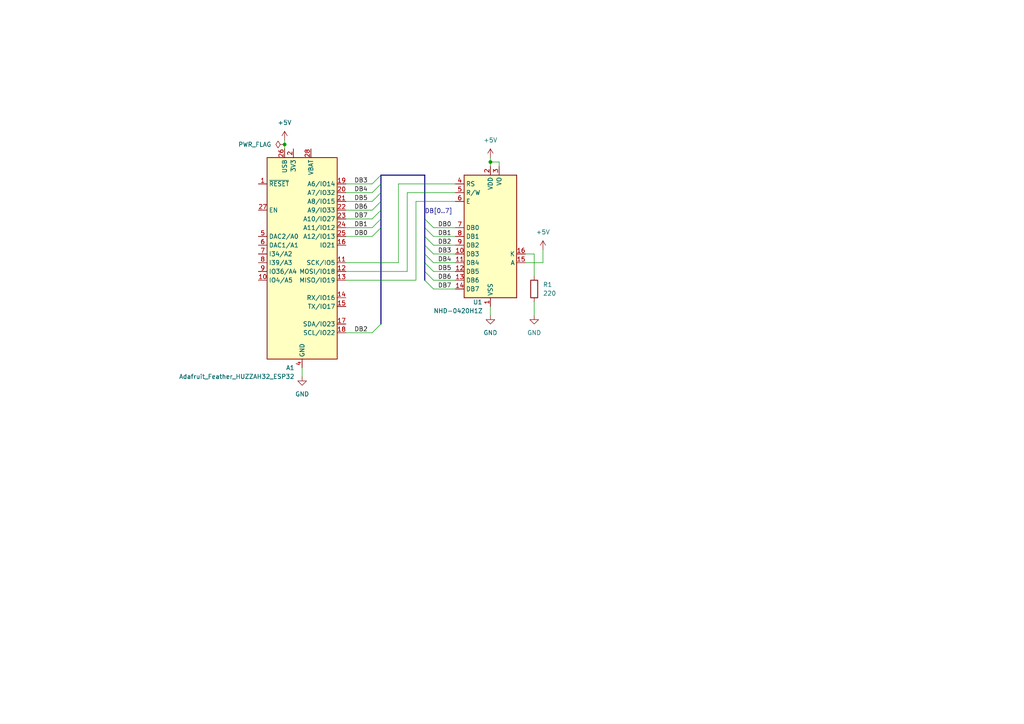
<source format=kicad_sch>
(kicad_sch (version 20230121) (generator eeschema)
  (paper "A4")
  (lib_symbols
    (symbol "Device:R" (pin_numbers hide) (pin_names (offset 0))
      (property "Reference" "R" (at 2.032 0 90))
      (property "Value" "R" (at 0 0 90))
      (symbol "R_0_1"
        (rectangle (start -1.016 -2.54) (end 1.016 2.54) (stroke (width 0.254)))
      )
      (symbol "R_1_1"
        (pin passive line (at 0 3.81 270) (length 1.27) (name "~") (number "1"))
        (pin passive line (at 0 -3.81 90) (length 1.27) (name "~") (number "2"))
      )
    )
    (symbol "Display_Character:NHD-0420H1Z"
      (property "Reference" "U" (at -6.35 19.05 0))
      (property "Value" "NHD-0420H1Z" (at 5.08 19.05 0))
      (symbol "NHD-0420H1Z_0_1"
        (rectangle (start -7.62 17.78) (end 7.62 -17.78) (stroke (width 0.254)) (fill (type background)))
      )
      (symbol "NHD-0420H1Z_1_1"
        (pin power_in line (at 0 -20.32 90) (length 2.54) (name "VSS") (number "1"))
        (pin bidirectional line (at -10.16 -5.08 0) (length 2.54) (name "DB3") (number "10"))
        (pin bidirectional line (at -10.16 -7.62 0) (length 2.54) (name "DB4") (number "11"))
        (pin bidirectional line (at -10.16 -10.16 0) (length 2.54) (name "DB5") (number "12"))
        (pin bidirectional line (at -10.16 -12.7 0) (length 2.54) (name "DB6") (number "13"))
        (pin bidirectional line (at -10.16 -15.24 0) (length 2.54) (name "DB7") (number "14"))
        (pin passive line (at 10.16 -7.62 180) (length 2.54) (name "A") (number "15"))
        (pin passive line (at 10.16 -5.08 180) (length 2.54) (name "K") (number "16"))
        (pin power_in line (at 0 20.32 270) (length 2.54) (name "VDD") (number "2"))
        (pin power_in line (at 2.54 20.32 270) (length 2.54) (name "VO") (number "3"))
        (pin input line (at -10.16 15.24 0) (length 2.54) (name "RS") (number "4"))
        (pin input line (at -10.16 12.7 0) (length 2.54) (name "R/W") (number "5"))
        (pin input line (at -10.16 10.16 0) (length 2.54) (name "E") (number "6"))
        (pin bidirectional line (at -10.16 2.54 0) (length 2.54) (name "DB0") (number "7"))
        (pin bidirectional line (at -10.16 0 0) (length 2.54) (name "DB1") (number "8"))
        (pin bidirectional line (at -10.16 -2.54 0) (length 2.54) (name "DB2") (number "9"))
      )
    )
    (symbol "MCU_Module:Adafruit_Feather_HUZZAH32_ESP32"
      (property "Reference" "A" (at -10.16 29.21 0))
      (property "Value" "Adafruit_Feather_HUZZAH32_ESP32" (at 2.54 -31.75 0))
      (symbol "Adafruit_Feather_HUZZAH32_ESP32_0_1"
        (rectangle (start -10.16 27.94) (end 10.16 -30.48) (stroke (width 0.254)) (fill (type background)))
      )
      (symbol "Adafruit_Feather_HUZZAH32_ESP32_1_1"
        (pin input line (at 12.7 20.32 180) (length 2.54) (name "~{RESET}") (number "1"))
        (pin bidirectional line (at 12.7 -7.62 180) (length 2.54) (name "IO4/A5") (number "10"))
        (pin bidirectional line (at -12.7 -2.54 0) (length 2.54) (name "SCK/IO5") (number "11"))
        (pin bidirectional line (at -12.7 -5.08 0) (length 2.54) (name "MOSI/IO18") (number "12"))
        (pin bidirectional line (at -12.7 -7.62 0) (length 2.54) (name "MISO/IO19") (number "13"))
        (pin bidirectional line (at -12.7 -12.7 0) (length 2.54) (name "RX/IO16") (number "14"))
        (pin bidirectional line (at -12.7 -15.24 0) (length 2.54) (name "TX/IO17") (number "15"))
        (pin bidirectional line (at -12.7 2.54 0) (length 2.54) (name "IO21") (number "16"))
        (pin bidirectional line (at -12.7 -20.32 0) (length 2.54) (name "SDA/IO23") (number "17"))
        (pin bidirectional line (at -12.7 -22.86 0) (length 2.54) (name "SCL/IO22") (number "18"))
        (pin bidirectional line (at -12.7 20.32 0) (length 2.54) (name "A6/IO14") (number "19"))
        (pin power_in line (at 2.54 30.48 270) (length 2.54) (name "3V3") (number "2"))
        (pin bidirectional line (at -12.7 17.78 0) (length 2.54) (name "A7/IO32") (number "20"))
        (pin bidirectional line (at -12.7 15.24 0) (length 2.54) (name "A8/IO15") (number "21"))
        (pin bidirectional line (at -12.7 12.7 0) (length 2.54) (name "A9/IO33") (number "22"))
        (pin bidirectional line (at -12.7 10.16 0) (length 2.54) (name "A10/IO27") (number "23"))
        (pin bidirectional line (at -12.7 7.62 0) (length 2.54) (name "A11/IO12") (number "24"))
        (pin bidirectional line (at -12.7 5.08 0) (length 2.54) (name "A12/IO13") (number "25"))
        (pin power_in line (at 5.08 30.48 270) (length 2.54) (name "USB") (number "26"))
        (pin input line (at 12.7 12.7 180) (length 2.54) (name "EN") (number "27"))
        (pin power_in line (at -2.54 30.48 270) (length 2.54) (name "VBAT") (number "28"))
        (pin no_connect line (at 10.16 10.16 180) (length 2.54) hide (name "NC") (number "3"))
        (pin power_in line (at 0 -33.02 90) (length 2.54) (name "GND") (number "4"))
        (pin bidirectional line (at 12.7 5.08 180) (length 2.54) (name "DAC2/A0") (number "5"))
        (pin bidirectional line (at 12.7 2.54 180) (length 2.54) (name "DAC1/A1") (number "6"))
        (pin bidirectional line (at 12.7 0 180) (length 2.54) (name "I34/A2") (number "7"))
        (pin bidirectional line (at 12.7 -2.54 180) (length 2.54) (name "I39/A3") (number "8"))
        (pin bidirectional line (at 12.7 -5.08 180) (length 2.54) (name "IO36/A4") (number "9"))
      )
    )
    (symbol "power:+5V" (power) (pin_names (offset 0))
      (property "Value" "+5V" (at 0 3.556 0))
      (symbol "+5V_0_1"
        (polyline (pts (xy -0.762 1.27) (xy 0 2.54)))
        (polyline (pts (xy 0 0) (xy 0 2.54)))
        (polyline (pts (xy 0 2.54) (xy 0.762 1.27)))
      )
      (symbol "+5V_1_1"
        (pin power_in line (at 0 0 90) (length 0) hide (name "+5V") (number "1"))
      )
    )
    (symbol "power:GND" (power) (pin_names (offset 0))
      (property "Value" "GND" (at 0 -3.81 0))
      (symbol "GND_0_1"
        (polyline (pts (xy 0 0) (xy 0 -1.27) (xy 1.27 -1.27) (xy 0 -2.54) (xy -1.27 -1.27) (xy 0 -1.27)))
      )
      (symbol "GND_1_1"
        (pin power_in line (at 0 0 270) (length 0) hide (name "GND") (number "1"))
      )
    )
    (symbol "power:PWR_FLAG" (power) (pin_numbers hide) (pin_names (offset 0) hide)
      (property "Value" "PWR_FLAG" (at 0 3.81 0))
      (symbol "PWR_FLAG_0_0"
        (pin power_out line (at 0 0 90) (length 0) (name "pwr") (number "1"))
      )
      (symbol "PWR_FLAG_0_1"
        (polyline (pts (xy 0 0) (xy 0 1.27) (xy -1.016 1.905) (xy 0 2.54) (xy 1.016 1.905) (xy 0 1.27)))
      )
    )
  )
  (junction (at 142.24 46.99))
  (junction (at 82.55 41.91))
  (bus_entry (at 110.49 63.5) (size -2.54 2.54))
  (bus_entry (at 123.19 81.28) (size 2.54 2.54))
  (bus_entry (at 110.49 93.98) (size -2.54 2.54))
  (bus_entry (at 123.19 66.04) (size 2.54 2.54))
  (bus_entry (at 123.19 68.58) (size 2.54 2.54))
  (bus_entry (at 110.49 55.88) (size -2.54 2.54))
  (bus_entry (at 110.49 58.42) (size -2.54 2.54))
  (bus_entry (at 123.19 78.74) (size 2.54 2.54))
  (bus_entry (at 123.19 73.66) (size 2.54 2.54))
  (bus_entry (at 110.49 53.34) (size -2.54 2.54))
  (bus_entry (at 123.19 63.5) (size 2.54 2.54))
  (bus_entry (at 110.49 66.04) (size -2.54 2.54))
  (bus_entry (at 123.19 76.2) (size 2.54 2.54))
  (bus_entry (at 110.49 50.8) (size -2.54 2.54))
  (bus_entry (at 110.49 60.96) (size -2.54 2.54))
  (bus_entry (at 123.19 71.12) (size 2.54 2.54))
  (wire (pts (xy 154.94 73.66) (xy 154.94 80.01)))
  (bus (pts (xy 123.19 76.2) (xy 123.19 78.74)))
  (wire (pts (xy 142.24 88.9) (xy 142.24 91.44)))
  (wire (pts (xy 144.78 48.26) (xy 144.78 46.99)))
  (wire (pts (xy 125.73 71.12) (xy 132.08 71.12)))
  (wire (pts (xy 107.95 68.58) (xy 100.33 68.58)))
  (wire (pts (xy 115.57 76.2) (xy 115.57 53.34)))
  (bus (pts (xy 123.19 73.66) (xy 123.19 76.2)))
  (bus (pts (xy 110.49 60.96) (xy 110.49 58.42)))
  (bus (pts (xy 123.19 71.12) (xy 123.19 73.66)))
  (wire (pts (xy 100.33 76.2) (xy 115.57 76.2)))
  (wire (pts (xy 107.95 58.42) (xy 100.33 58.42)))
  (wire (pts (xy 107.95 63.5) (xy 100.33 63.5)))
  (wire (pts (xy 125.73 81.28) (xy 132.08 81.28)))
  (wire (pts (xy 120.65 58.42) (xy 132.08 58.42)))
  (wire (pts (xy 107.95 53.34) (xy 100.33 53.34)))
  (bus (pts (xy 123.19 50.8) (xy 123.19 63.5)))
  (wire (pts (xy 157.48 76.2) (xy 152.4 76.2)))
  (bus (pts (xy 123.19 66.04) (xy 123.19 68.58)))
  (bus (pts (xy 110.49 58.42) (xy 110.49 55.88)))
  (bus (pts (xy 123.19 63.5) (xy 123.19 66.04)))
  (wire (pts (xy 100.33 81.28) (xy 120.65 81.28)))
  (wire (pts (xy 118.11 78.74) (xy 100.33 78.74)))
  (bus (pts (xy 110.49 66.04) (xy 110.49 63.5)))
  (wire (pts (xy 125.73 78.74) (xy 132.08 78.74)))
  (wire (pts (xy 125.73 73.66) (xy 132.08 73.66)))
  (wire (pts (xy 107.95 55.88) (xy 100.33 55.88)))
  (wire (pts (xy 157.48 72.39) (xy 157.48 76.2)))
  (wire (pts (xy 125.73 66.04) (xy 132.08 66.04)))
  (bus (pts (xy 110.49 53.34) (xy 110.49 50.8)))
  (wire (pts (xy 107.95 60.96) (xy 100.33 60.96)))
  (bus (pts (xy 110.49 63.5) (xy 110.49 60.96)))
  (wire (pts (xy 142.24 45.72) (xy 142.24 46.99)))
  (wire (pts (xy 142.24 46.99) (xy 142.24 48.26)))
  (wire (pts (xy 115.57 53.34) (xy 132.08 53.34)))
  (wire (pts (xy 132.08 55.88) (xy 118.11 55.88)))
  (wire (pts (xy 120.65 81.28) (xy 120.65 58.42)))
  (wire (pts (xy 125.73 83.82) (xy 132.08 83.82)))
  (wire (pts (xy 82.55 41.91) (xy 82.55 43.18)))
  (wire (pts (xy 107.95 66.04) (xy 100.33 66.04)))
  (bus (pts (xy 110.49 93.98) (xy 110.49 66.04)))
  (bus (pts (xy 110.49 55.88) (xy 110.49 53.34)))
  (bus (pts (xy 110.49 50.8) (xy 123.19 50.8)))
  (bus (pts (xy 123.19 78.74) (xy 123.19 81.28)))
  (wire (pts (xy 82.55 40.64) (xy 82.55 41.91)))
  (wire (pts (xy 118.11 55.88) (xy 118.11 78.74)))
  (bus (pts (xy 123.19 68.58) (xy 123.19 71.12)))
  (wire (pts (xy 154.94 87.63) (xy 154.94 91.44)))
  (wire (pts (xy 125.73 68.58) (xy 132.08 68.58)))
  (wire (pts (xy 107.95 96.52) (xy 100.33 96.52)))
  (wire (pts (xy 142.24 46.99) (xy 144.78 46.99)))
  (wire (pts (xy 125.73 76.2) (xy 132.08 76.2)))
  (wire (pts (xy 152.4 73.66) (xy 154.94 73.66)))
  (wire (pts (xy 87.63 106.68) (xy 87.63 109.22)))
  (label "DB7" (at 106.68 63.5 180))
  (label "DB0" (at 106.68 68.58 180))
  (label "DB4" (at 106.68 55.88 180))
  (label "DB2" (at 127 71.12 0))
  (label "DB0" (at 127 66.04 0))
  (label "DB[0..7]" (at 123.19 62.23 0))
  (label "DB5" (at 127 78.74 0))
  (label "DB5" (at 106.68 58.42 180))
  (label "DB1" (at 106.68 66.04 180))
  (label "DB3" (at 106.68 53.34 180))
  (label "DB2" (at 106.68 96.52 180))
  (label "DB4" (at 127 76.2 0))
  (label "DB3" (at 127 73.66 0))
  (label "DB1" (at 127 68.58 0))
  (label "DB6" (at 106.68 60.96 180))
  (label "DB6" (at 127 81.28 0))
  (label "DB7" (at 127 83.82 0))
  (symbol (lib_id "Display_Character:NHD-0420H1Z") (at 142.24 68.58 0) (unit 1)
    (property "Reference" "U1" (at 137.16 87.63 0) (effects (justify left)))
    (property "Value" "NHD-0420H1Z" (at 125.73 90.17 0) (effects (justify left)))
    (property "Footprint" "Display:NHD-0420H1Z" (effects hide))
    (property "Datasheet" "http://www.newhavendisplay.com/specs/NHD-0420H1Z-FSW-GBW-33V3.pdf" (effects hide))
  )
  (symbol (lib_id "Device:R") (at 154.94 83.82 0) (unit 1)
    (property "Reference" "R1" (at 157.48 82.55 0) (effects (justify left)))
    (property "Value" "220" (at 157.48 85.09 0) (effects (justify left)))
  )
  (symbol (lib_id "power:+5V") (at 157.48 72.39 0) (unit 1)
    (property "Reference" "#PWR03" (effects hide))
    (property "Value" "+5V" (at 157.48 67.31 0))
  )
  (symbol (lib_id "power:+5V") (at 82.55 40.64 0) (unit 1)
    (property "Reference" "#PWR01" (effects hide))
    (property "Value" "+5V" (at 82.55 35.56 0))
  )
  (symbol (lib_id "power:GND") (at 87.63 109.22 0) (unit 1)
    (property "Reference" "#PWR06" (effects hide))
    (property "Value" "GND" (at 87.63 114.3 0))
  )
  (symbol (lib_id "power:GND") (at 142.24 91.44 0) (unit 1)
    (property "Reference" "#PWR04" (effects hide))
    (property "Value" "GND" (at 142.24 96.52 0))
  )
  (symbol (lib_id "MCU_Module:Adafruit_Feather_HUZZAH32_ESP32") (at 87.63 73.66 0) (mirror y) (unit 1)
    (property "Reference" "A1" (at 85.4359 106.68 0) (effects (justify left)))
    (property "Value" "Adafruit_Feather_HUZZAH32_ESP32" (at 85.4359 109.22 0) (effects (justify left)))
    (property "Footprint" "Module:Adafruit_Feather" (effects hide))
    (property "Datasheet" "https://cdn-learn.adafruit.com/downloads/pdf/adafruit-huzzah32-esp32-feather.pdf" (effects hide))
  )
  (symbol (lib_id "power:+5V") (at 142.24 45.72 0) (unit 1)
    (property "Reference" "#PWR02" (effects hide))
    (property "Value" "+5V" (at 142.24 40.64 0))
  )
  (symbol (lib_id "power:PWR_FLAG") (at 82.55 41.91 90) (unit 1)
    (property "Reference" "#FLG01" (effects hide))
    (property "Value" "PWR_FLAG" (at 78.74 41.91 90) (effects (justify left)))
  )
  (symbol (lib_id "power:GND") (at 154.94 91.44 0) (unit 1)
    (property "Reference" "#PWR05" (effects hide))
    (property "Value" "GND" (at 154.94 96.52 0))
  )
)
</source>
